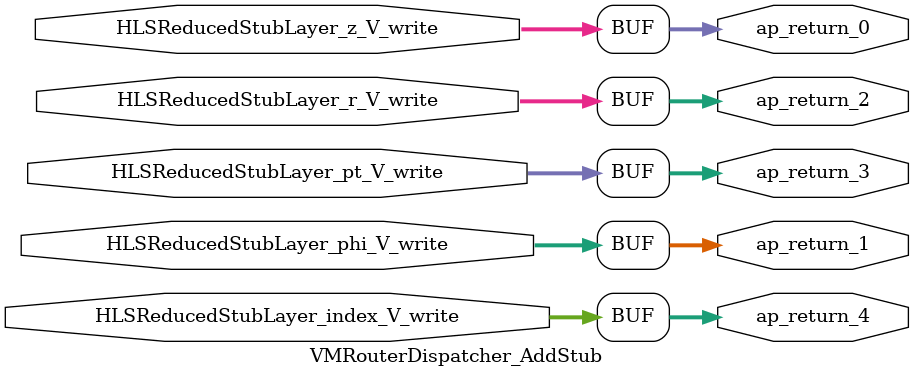
<source format=v>

`timescale 1 ns / 1 ps 

module VMRouterDispatcher_AddStub (
        HLSReducedStubLayer_z_V_write,
        HLSReducedStubLayer_phi_V_write,
        HLSReducedStubLayer_r_V_write,
        HLSReducedStubLayer_pt_V_write,
        HLSReducedStubLayer_index_V_write,
        ap_return_0,
        ap_return_1,
        ap_return_2,
        ap_return_3,
        ap_return_4
);


input  [3:0] HLSReducedStubLayer_z_V_write;
input  [2:0] HLSReducedStubLayer_phi_V_write;
input  [1:0] HLSReducedStubLayer_r_V_write;
input  [2:0] HLSReducedStubLayer_pt_V_write;
input  [5:0] HLSReducedStubLayer_index_V_write;
output  [3:0] ap_return_0;
output  [2:0] ap_return_1;
output  [1:0] ap_return_2;
output  [2:0] ap_return_3;
output  [5:0] ap_return_4;

assign ap_return_0 = HLSReducedStubLayer_z_V_write;

assign ap_return_1 = HLSReducedStubLayer_phi_V_write;

assign ap_return_2 = HLSReducedStubLayer_r_V_write;

assign ap_return_3 = HLSReducedStubLayer_pt_V_write;

assign ap_return_4 = HLSReducedStubLayer_index_V_write;

endmodule //VMRouterDispatcher_AddStub

</source>
